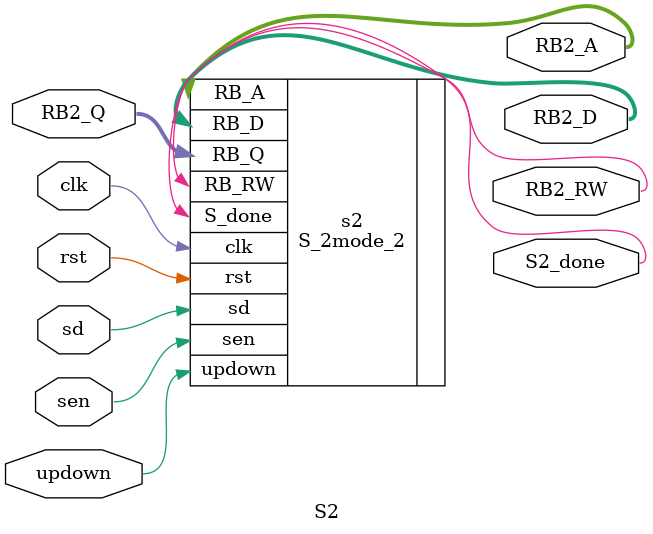
<source format=v>
`include  "./rtl/S_2mode_2.v"
module S2(clk,
	  rst,
	  updown,
	  S2_done,
	  RB2_RW,
	  RB2_A,
	  RB2_D,
	  RB2_Q,
	  sen,
	  sd);

  input clk,
        rst,
        updown;
  
  output S2_done,
         RB2_RW;
  
  output [2:0] RB2_A;
  
  output [17:0] RB2_D;
  
  input [17:0] RB2_Q;
  
  inout sen,
        sd;

  S_2mode_2 s2(
    .clk(clk),
    .rst(rst),
    .updown(updown),
    .S_done(S2_done),
    .RB_RW(RB2_RW),
    .RB_A(RB2_A),
    .RB_D(RB2_D),   
    .RB_Q(RB2_Q),
    .sen(sen),
    .sd(sd)   
  );

endmodule

</source>
